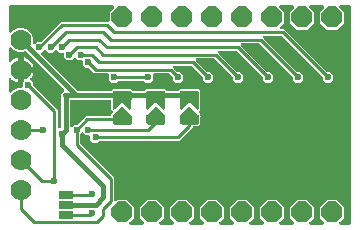
<source format=gbr>
G04 EAGLE Gerber RS-274X export*
G75*
%MOMM*%
%FSLAX34Y34*%
%LPD*%
%INBottom Copper*%
%IPPOS*%
%AMOC8*
5,1,8,0,0,1.08239X$1,22.5*%
G01*
%ADD10C,1.778000*%
%ADD11C,0.381000*%
%ADD12R,1.270000X0.635000*%
%ADD13P,1.924489X8X112.500000*%
%ADD14C,0.732600*%
%ADD15C,0.600000*%
%ADD16C,0.254000*%
%ADD17C,0.406400*%

G36*
X116403Y2518D02*
X116403Y2518D01*
X116542Y2531D01*
X116561Y2538D01*
X116581Y2541D01*
X116710Y2592D01*
X116841Y2639D01*
X116858Y2650D01*
X116877Y2658D01*
X116989Y2739D01*
X117104Y2817D01*
X117118Y2833D01*
X117134Y2844D01*
X117223Y2952D01*
X117315Y3056D01*
X117324Y3074D01*
X117337Y3089D01*
X117396Y3215D01*
X117459Y3339D01*
X117464Y3359D01*
X117472Y3377D01*
X117498Y3513D01*
X117529Y3649D01*
X117528Y3670D01*
X117532Y3689D01*
X117523Y3828D01*
X117519Y3967D01*
X117514Y3987D01*
X117512Y4007D01*
X117469Y4139D01*
X117431Y4273D01*
X117421Y4290D01*
X117414Y4309D01*
X117340Y4427D01*
X117269Y4547D01*
X117251Y4568D01*
X117244Y4578D01*
X117229Y4592D01*
X117163Y4667D01*
X113434Y8396D01*
X113434Y17004D01*
X119521Y23091D01*
X128129Y23091D01*
X134216Y17004D01*
X134216Y8396D01*
X130487Y4667D01*
X130402Y4558D01*
X130313Y4451D01*
X130305Y4432D01*
X130292Y4416D01*
X130237Y4288D01*
X130178Y4163D01*
X130174Y4143D01*
X130166Y4124D01*
X130144Y3986D01*
X130118Y3850D01*
X130119Y3830D01*
X130116Y3810D01*
X130129Y3671D01*
X130138Y3533D01*
X130144Y3514D01*
X130146Y3494D01*
X130193Y3362D01*
X130236Y3231D01*
X130247Y3213D01*
X130253Y3194D01*
X130332Y3079D01*
X130406Y2962D01*
X130421Y2948D01*
X130432Y2931D01*
X130536Y2839D01*
X130638Y2744D01*
X130655Y2734D01*
X130670Y2721D01*
X130795Y2657D01*
X130916Y2590D01*
X130936Y2585D01*
X130954Y2576D01*
X131090Y2546D01*
X131224Y2511D01*
X131252Y2509D01*
X131264Y2506D01*
X131284Y2507D01*
X131385Y2501D01*
X141665Y2501D01*
X141803Y2518D01*
X141942Y2531D01*
X141961Y2538D01*
X141981Y2541D01*
X142110Y2592D01*
X142241Y2639D01*
X142258Y2650D01*
X142277Y2658D01*
X142389Y2739D01*
X142504Y2817D01*
X142518Y2833D01*
X142534Y2844D01*
X142623Y2952D01*
X142715Y3056D01*
X142724Y3074D01*
X142737Y3089D01*
X142796Y3215D01*
X142859Y3339D01*
X142864Y3359D01*
X142872Y3377D01*
X142898Y3513D01*
X142929Y3649D01*
X142928Y3670D01*
X142932Y3689D01*
X142923Y3828D01*
X142919Y3967D01*
X142914Y3987D01*
X142912Y4007D01*
X142869Y4139D01*
X142831Y4273D01*
X142821Y4290D01*
X142814Y4309D01*
X142740Y4427D01*
X142669Y4547D01*
X142651Y4568D01*
X142644Y4578D01*
X142629Y4592D01*
X142563Y4667D01*
X138834Y8396D01*
X138834Y17004D01*
X144921Y23091D01*
X153529Y23091D01*
X159616Y17004D01*
X159616Y8396D01*
X155887Y4667D01*
X155802Y4558D01*
X155713Y4451D01*
X155705Y4432D01*
X155692Y4416D01*
X155637Y4288D01*
X155578Y4163D01*
X155574Y4143D01*
X155566Y4124D01*
X155544Y3986D01*
X155518Y3850D01*
X155519Y3830D01*
X155516Y3810D01*
X155529Y3671D01*
X155538Y3533D01*
X155544Y3514D01*
X155546Y3494D01*
X155593Y3362D01*
X155636Y3231D01*
X155647Y3213D01*
X155653Y3194D01*
X155732Y3079D01*
X155806Y2962D01*
X155821Y2948D01*
X155832Y2931D01*
X155936Y2839D01*
X156038Y2744D01*
X156055Y2734D01*
X156070Y2721D01*
X156195Y2657D01*
X156316Y2590D01*
X156336Y2585D01*
X156354Y2576D01*
X156490Y2546D01*
X156624Y2511D01*
X156652Y2509D01*
X156664Y2506D01*
X156684Y2507D01*
X156785Y2501D01*
X167065Y2501D01*
X167203Y2518D01*
X167342Y2531D01*
X167361Y2538D01*
X167381Y2541D01*
X167510Y2592D01*
X167641Y2639D01*
X167658Y2650D01*
X167677Y2658D01*
X167789Y2739D01*
X167904Y2817D01*
X167918Y2833D01*
X167934Y2844D01*
X168023Y2952D01*
X168115Y3056D01*
X168124Y3074D01*
X168137Y3089D01*
X168196Y3215D01*
X168259Y3339D01*
X168264Y3359D01*
X168272Y3377D01*
X168298Y3513D01*
X168329Y3649D01*
X168328Y3670D01*
X168332Y3689D01*
X168323Y3828D01*
X168319Y3967D01*
X168314Y3987D01*
X168312Y4007D01*
X168269Y4139D01*
X168231Y4273D01*
X168221Y4290D01*
X168214Y4309D01*
X168140Y4427D01*
X168069Y4547D01*
X168051Y4568D01*
X168044Y4578D01*
X168029Y4592D01*
X167963Y4667D01*
X164234Y8396D01*
X164234Y17004D01*
X170321Y23091D01*
X178929Y23091D01*
X185016Y17004D01*
X185016Y8396D01*
X181287Y4667D01*
X181202Y4558D01*
X181113Y4451D01*
X181105Y4432D01*
X181092Y4416D01*
X181037Y4288D01*
X180978Y4163D01*
X180974Y4143D01*
X180966Y4124D01*
X180944Y3986D01*
X180918Y3850D01*
X180919Y3830D01*
X180916Y3810D01*
X180929Y3671D01*
X180938Y3533D01*
X180944Y3514D01*
X180946Y3494D01*
X180993Y3362D01*
X181036Y3231D01*
X181047Y3213D01*
X181053Y3194D01*
X181132Y3079D01*
X181206Y2962D01*
X181221Y2948D01*
X181232Y2931D01*
X181336Y2839D01*
X181438Y2744D01*
X181455Y2734D01*
X181470Y2721D01*
X181595Y2657D01*
X181716Y2590D01*
X181736Y2585D01*
X181754Y2576D01*
X181890Y2546D01*
X182024Y2511D01*
X182052Y2509D01*
X182064Y2506D01*
X182084Y2507D01*
X182185Y2501D01*
X192465Y2501D01*
X192603Y2518D01*
X192742Y2531D01*
X192761Y2538D01*
X192781Y2541D01*
X192910Y2592D01*
X193041Y2639D01*
X193058Y2650D01*
X193077Y2658D01*
X193189Y2739D01*
X193304Y2817D01*
X193318Y2833D01*
X193334Y2844D01*
X193423Y2952D01*
X193515Y3056D01*
X193524Y3074D01*
X193537Y3089D01*
X193596Y3215D01*
X193659Y3339D01*
X193664Y3359D01*
X193672Y3377D01*
X193698Y3513D01*
X193729Y3649D01*
X193728Y3670D01*
X193732Y3689D01*
X193723Y3828D01*
X193719Y3967D01*
X193714Y3987D01*
X193712Y4007D01*
X193669Y4139D01*
X193631Y4273D01*
X193621Y4290D01*
X193614Y4309D01*
X193540Y4427D01*
X193469Y4547D01*
X193451Y4568D01*
X193444Y4578D01*
X193429Y4592D01*
X193363Y4667D01*
X189634Y8396D01*
X189634Y17004D01*
X195721Y23091D01*
X204329Y23091D01*
X210416Y17004D01*
X210416Y8396D01*
X206687Y4667D01*
X206602Y4558D01*
X206513Y4451D01*
X206505Y4432D01*
X206492Y4416D01*
X206437Y4288D01*
X206378Y4163D01*
X206374Y4143D01*
X206366Y4124D01*
X206344Y3986D01*
X206318Y3850D01*
X206319Y3830D01*
X206316Y3810D01*
X206329Y3671D01*
X206338Y3533D01*
X206344Y3514D01*
X206346Y3494D01*
X206393Y3362D01*
X206436Y3231D01*
X206447Y3213D01*
X206453Y3194D01*
X206532Y3079D01*
X206606Y2962D01*
X206621Y2948D01*
X206632Y2931D01*
X206736Y2839D01*
X206838Y2744D01*
X206855Y2734D01*
X206870Y2721D01*
X206995Y2657D01*
X207116Y2590D01*
X207136Y2585D01*
X207154Y2576D01*
X207290Y2546D01*
X207424Y2511D01*
X207452Y2509D01*
X207464Y2506D01*
X207484Y2507D01*
X207585Y2501D01*
X217865Y2501D01*
X218003Y2518D01*
X218142Y2531D01*
X218161Y2538D01*
X218181Y2541D01*
X218310Y2592D01*
X218441Y2639D01*
X218458Y2650D01*
X218477Y2658D01*
X218589Y2739D01*
X218704Y2817D01*
X218718Y2833D01*
X218734Y2844D01*
X218823Y2952D01*
X218915Y3056D01*
X218924Y3074D01*
X218937Y3089D01*
X218996Y3215D01*
X219059Y3339D01*
X219064Y3359D01*
X219072Y3377D01*
X219098Y3513D01*
X219129Y3649D01*
X219128Y3670D01*
X219132Y3689D01*
X219123Y3828D01*
X219119Y3967D01*
X219114Y3987D01*
X219112Y4007D01*
X219069Y4139D01*
X219031Y4273D01*
X219021Y4290D01*
X219014Y4309D01*
X218940Y4427D01*
X218869Y4547D01*
X218851Y4568D01*
X218844Y4578D01*
X218829Y4592D01*
X218763Y4667D01*
X215034Y8396D01*
X215034Y17004D01*
X221121Y23091D01*
X229729Y23091D01*
X235816Y17004D01*
X235816Y8396D01*
X232087Y4667D01*
X232002Y4558D01*
X231913Y4451D01*
X231905Y4432D01*
X231892Y4416D01*
X231837Y4288D01*
X231778Y4163D01*
X231774Y4143D01*
X231766Y4124D01*
X231744Y3986D01*
X231718Y3850D01*
X231719Y3830D01*
X231716Y3810D01*
X231729Y3671D01*
X231738Y3533D01*
X231744Y3514D01*
X231746Y3494D01*
X231793Y3362D01*
X231836Y3231D01*
X231847Y3213D01*
X231853Y3194D01*
X231932Y3079D01*
X232006Y2962D01*
X232021Y2948D01*
X232032Y2931D01*
X232136Y2839D01*
X232238Y2744D01*
X232255Y2734D01*
X232270Y2721D01*
X232395Y2657D01*
X232516Y2590D01*
X232536Y2585D01*
X232554Y2576D01*
X232690Y2546D01*
X232824Y2511D01*
X232852Y2509D01*
X232864Y2506D01*
X232884Y2507D01*
X232985Y2501D01*
X243265Y2501D01*
X243403Y2518D01*
X243542Y2531D01*
X243561Y2538D01*
X243581Y2541D01*
X243710Y2592D01*
X243841Y2639D01*
X243858Y2650D01*
X243877Y2658D01*
X243989Y2739D01*
X244104Y2817D01*
X244118Y2833D01*
X244134Y2844D01*
X244223Y2952D01*
X244315Y3056D01*
X244324Y3074D01*
X244337Y3089D01*
X244396Y3215D01*
X244459Y3339D01*
X244464Y3359D01*
X244472Y3377D01*
X244498Y3513D01*
X244529Y3649D01*
X244528Y3670D01*
X244532Y3689D01*
X244523Y3828D01*
X244519Y3967D01*
X244514Y3987D01*
X244512Y4007D01*
X244469Y4139D01*
X244431Y4273D01*
X244421Y4290D01*
X244414Y4309D01*
X244340Y4427D01*
X244269Y4547D01*
X244251Y4568D01*
X244244Y4578D01*
X244229Y4592D01*
X244163Y4667D01*
X240434Y8396D01*
X240434Y17004D01*
X246521Y23091D01*
X255129Y23091D01*
X261216Y17004D01*
X261216Y8396D01*
X257487Y4667D01*
X257402Y4558D01*
X257313Y4451D01*
X257305Y4432D01*
X257292Y4416D01*
X257237Y4288D01*
X257178Y4163D01*
X257174Y4143D01*
X257166Y4124D01*
X257144Y3986D01*
X257118Y3850D01*
X257119Y3830D01*
X257116Y3810D01*
X257129Y3671D01*
X257138Y3533D01*
X257144Y3514D01*
X257146Y3494D01*
X257193Y3362D01*
X257236Y3231D01*
X257247Y3213D01*
X257253Y3194D01*
X257332Y3079D01*
X257406Y2962D01*
X257421Y2948D01*
X257432Y2931D01*
X257536Y2839D01*
X257638Y2744D01*
X257655Y2734D01*
X257670Y2721D01*
X257795Y2657D01*
X257916Y2590D01*
X257936Y2585D01*
X257954Y2576D01*
X258090Y2546D01*
X258224Y2511D01*
X258252Y2509D01*
X258264Y2506D01*
X258284Y2507D01*
X258385Y2501D01*
X268665Y2501D01*
X268803Y2518D01*
X268942Y2531D01*
X268961Y2538D01*
X268981Y2541D01*
X269110Y2592D01*
X269241Y2639D01*
X269258Y2650D01*
X269277Y2658D01*
X269389Y2739D01*
X269504Y2817D01*
X269518Y2833D01*
X269534Y2844D01*
X269623Y2952D01*
X269715Y3056D01*
X269724Y3074D01*
X269737Y3089D01*
X269796Y3215D01*
X269859Y3339D01*
X269864Y3359D01*
X269872Y3377D01*
X269898Y3513D01*
X269929Y3649D01*
X269928Y3670D01*
X269932Y3689D01*
X269923Y3828D01*
X269919Y3967D01*
X269914Y3987D01*
X269912Y4007D01*
X269869Y4139D01*
X269831Y4273D01*
X269821Y4290D01*
X269814Y4309D01*
X269740Y4427D01*
X269669Y4547D01*
X269651Y4568D01*
X269644Y4578D01*
X269629Y4592D01*
X269563Y4667D01*
X265834Y8396D01*
X265834Y17004D01*
X271921Y23091D01*
X280529Y23091D01*
X286616Y17004D01*
X286616Y8396D01*
X282887Y4667D01*
X282802Y4558D01*
X282713Y4451D01*
X282705Y4432D01*
X282692Y4416D01*
X282637Y4288D01*
X282578Y4163D01*
X282574Y4143D01*
X282566Y4124D01*
X282544Y3986D01*
X282518Y3850D01*
X282519Y3830D01*
X282516Y3810D01*
X282529Y3671D01*
X282538Y3533D01*
X282544Y3514D01*
X282546Y3494D01*
X282593Y3362D01*
X282636Y3231D01*
X282647Y3213D01*
X282653Y3194D01*
X282732Y3079D01*
X282806Y2962D01*
X282821Y2948D01*
X282832Y2931D01*
X282936Y2839D01*
X283038Y2744D01*
X283055Y2734D01*
X283070Y2721D01*
X283195Y2657D01*
X283316Y2590D01*
X283336Y2585D01*
X283354Y2576D01*
X283490Y2546D01*
X283624Y2511D01*
X283652Y2509D01*
X283664Y2506D01*
X283684Y2507D01*
X283785Y2501D01*
X291505Y2501D01*
X291623Y2516D01*
X291742Y2523D01*
X291780Y2536D01*
X291821Y2541D01*
X291931Y2584D01*
X292044Y2621D01*
X292079Y2643D01*
X292116Y2658D01*
X292212Y2727D01*
X292313Y2791D01*
X292341Y2821D01*
X292374Y2844D01*
X292450Y2936D01*
X292531Y3023D01*
X292551Y3058D01*
X292576Y3089D01*
X292627Y3197D01*
X292685Y3301D01*
X292695Y3341D01*
X292712Y3377D01*
X292734Y3494D01*
X292764Y3609D01*
X292768Y3669D01*
X292772Y3689D01*
X292770Y3710D01*
X292774Y3770D01*
X292774Y186730D01*
X292759Y186848D01*
X292752Y186967D01*
X292739Y187005D01*
X292734Y187046D01*
X292691Y187156D01*
X292654Y187269D01*
X292632Y187304D01*
X292617Y187341D01*
X292548Y187437D01*
X292484Y187538D01*
X292454Y187566D01*
X292431Y187599D01*
X292339Y187675D01*
X292252Y187756D01*
X292217Y187776D01*
X292186Y187801D01*
X292078Y187852D01*
X291974Y187910D01*
X291934Y187920D01*
X291898Y187937D01*
X291781Y187959D01*
X291666Y187989D01*
X291606Y187993D01*
X291586Y187997D01*
X291565Y187995D01*
X291505Y187999D01*
X283785Y187999D01*
X283647Y187982D01*
X283508Y187969D01*
X283489Y187962D01*
X283469Y187959D01*
X283340Y187908D01*
X283209Y187861D01*
X283192Y187850D01*
X283173Y187842D01*
X283061Y187761D01*
X282946Y187683D01*
X282932Y187667D01*
X282916Y187656D01*
X282827Y187548D01*
X282735Y187444D01*
X282726Y187426D01*
X282713Y187411D01*
X282654Y187285D01*
X282591Y187161D01*
X282586Y187141D01*
X282578Y187123D01*
X282552Y186987D01*
X282521Y186851D01*
X282522Y186830D01*
X282518Y186811D01*
X282527Y186672D01*
X282531Y186533D01*
X282536Y186513D01*
X282538Y186493D01*
X282581Y186361D01*
X282619Y186227D01*
X282629Y186210D01*
X282636Y186191D01*
X282710Y186073D01*
X282781Y185953D01*
X282799Y185932D01*
X282806Y185922D01*
X282821Y185908D01*
X282887Y185833D01*
X286616Y182104D01*
X286616Y173496D01*
X280529Y167409D01*
X271921Y167409D01*
X265834Y173496D01*
X265834Y182104D01*
X269563Y185833D01*
X269648Y185942D01*
X269737Y186049D01*
X269745Y186068D01*
X269758Y186084D01*
X269813Y186212D01*
X269872Y186337D01*
X269876Y186357D01*
X269884Y186376D01*
X269906Y186514D01*
X269932Y186650D01*
X269931Y186670D01*
X269934Y186690D01*
X269921Y186829D01*
X269912Y186967D01*
X269906Y186986D01*
X269904Y187006D01*
X269857Y187138D01*
X269814Y187269D01*
X269803Y187287D01*
X269797Y187306D01*
X269718Y187421D01*
X269644Y187538D01*
X269629Y187552D01*
X269618Y187569D01*
X269514Y187661D01*
X269412Y187756D01*
X269395Y187766D01*
X269380Y187779D01*
X269255Y187843D01*
X269134Y187910D01*
X269114Y187915D01*
X269096Y187924D01*
X268960Y187954D01*
X268826Y187989D01*
X268798Y187991D01*
X268786Y187994D01*
X268766Y187993D01*
X268665Y187999D01*
X258385Y187999D01*
X258247Y187982D01*
X258108Y187969D01*
X258089Y187962D01*
X258069Y187959D01*
X257940Y187908D01*
X257809Y187861D01*
X257792Y187850D01*
X257773Y187842D01*
X257661Y187761D01*
X257546Y187683D01*
X257532Y187667D01*
X257516Y187656D01*
X257427Y187548D01*
X257335Y187444D01*
X257326Y187426D01*
X257313Y187411D01*
X257254Y187285D01*
X257191Y187161D01*
X257186Y187141D01*
X257178Y187123D01*
X257152Y186987D01*
X257121Y186851D01*
X257122Y186830D01*
X257118Y186811D01*
X257127Y186672D01*
X257131Y186533D01*
X257136Y186513D01*
X257138Y186493D01*
X257181Y186361D01*
X257219Y186227D01*
X257229Y186210D01*
X257236Y186191D01*
X257310Y186073D01*
X257381Y185953D01*
X257399Y185932D01*
X257406Y185922D01*
X257421Y185908D01*
X257487Y185833D01*
X261216Y182104D01*
X261216Y173496D01*
X255129Y167409D01*
X246521Y167409D01*
X240434Y173496D01*
X240434Y182104D01*
X244163Y185833D01*
X244248Y185942D01*
X244337Y186049D01*
X244345Y186068D01*
X244358Y186084D01*
X244413Y186212D01*
X244472Y186337D01*
X244476Y186357D01*
X244484Y186376D01*
X244506Y186514D01*
X244532Y186650D01*
X244531Y186670D01*
X244534Y186690D01*
X244521Y186829D01*
X244512Y186967D01*
X244506Y186986D01*
X244504Y187006D01*
X244457Y187138D01*
X244414Y187269D01*
X244403Y187287D01*
X244397Y187306D01*
X244318Y187421D01*
X244244Y187538D01*
X244229Y187552D01*
X244218Y187569D01*
X244114Y187661D01*
X244012Y187756D01*
X243995Y187766D01*
X243980Y187779D01*
X243855Y187843D01*
X243734Y187910D01*
X243714Y187915D01*
X243696Y187924D01*
X243560Y187954D01*
X243426Y187989D01*
X243398Y187991D01*
X243386Y187994D01*
X243366Y187993D01*
X243265Y187999D01*
X232985Y187999D01*
X232847Y187982D01*
X232708Y187969D01*
X232689Y187962D01*
X232669Y187959D01*
X232540Y187908D01*
X232409Y187861D01*
X232392Y187850D01*
X232373Y187842D01*
X232261Y187761D01*
X232146Y187683D01*
X232132Y187667D01*
X232116Y187656D01*
X232027Y187548D01*
X231935Y187444D01*
X231926Y187426D01*
X231913Y187411D01*
X231854Y187285D01*
X231791Y187161D01*
X231786Y187141D01*
X231778Y187123D01*
X231752Y186987D01*
X231721Y186851D01*
X231722Y186830D01*
X231718Y186811D01*
X231727Y186672D01*
X231731Y186533D01*
X231736Y186513D01*
X231738Y186493D01*
X231781Y186361D01*
X231819Y186227D01*
X231829Y186210D01*
X231836Y186191D01*
X231910Y186073D01*
X231981Y185953D01*
X231999Y185932D01*
X232006Y185922D01*
X232021Y185908D01*
X232087Y185833D01*
X235816Y182104D01*
X235816Y173496D01*
X232357Y170037D01*
X232272Y169928D01*
X232183Y169821D01*
X232175Y169802D01*
X232162Y169786D01*
X232107Y169658D01*
X232048Y169533D01*
X232044Y169513D01*
X232036Y169494D01*
X232014Y169356D01*
X231988Y169220D01*
X231989Y169200D01*
X231986Y169180D01*
X231999Y169041D01*
X232008Y168903D01*
X232014Y168884D01*
X232016Y168864D01*
X232063Y168732D01*
X232106Y168601D01*
X232117Y168583D01*
X232123Y168564D01*
X232202Y168449D01*
X232276Y168332D01*
X232291Y168318D01*
X232302Y168301D01*
X232406Y168209D01*
X232508Y168114D01*
X232525Y168104D01*
X232540Y168091D01*
X232665Y168027D01*
X232786Y167960D01*
X232806Y167955D01*
X232824Y167946D01*
X232960Y167916D01*
X233094Y167881D01*
X233122Y167879D01*
X233134Y167876D01*
X233154Y167877D01*
X233255Y167871D01*
X236098Y167871D01*
X272096Y131872D01*
X272174Y131812D01*
X272246Y131744D01*
X272299Y131715D01*
X272347Y131678D01*
X272438Y131638D01*
X272525Y131590D01*
X272583Y131575D01*
X272639Y131551D01*
X272737Y131536D01*
X272833Y131511D01*
X272933Y131505D01*
X272953Y131501D01*
X272965Y131503D01*
X272993Y131501D01*
X274914Y131501D01*
X277551Y128864D01*
X277551Y125136D01*
X274914Y122499D01*
X271186Y122499D01*
X268549Y125136D01*
X268549Y127057D01*
X268537Y127155D01*
X268534Y127254D01*
X268517Y127312D01*
X268509Y127372D01*
X268473Y127464D01*
X268445Y127559D01*
X268415Y127611D01*
X268392Y127668D01*
X268334Y127748D01*
X268284Y127833D01*
X268218Y127909D01*
X268206Y127925D01*
X268196Y127933D01*
X268178Y127954D01*
X234174Y161958D01*
X234096Y162018D01*
X234024Y162086D01*
X233971Y162115D01*
X233923Y162152D01*
X233832Y162192D01*
X233745Y162240D01*
X233687Y162255D01*
X233631Y162279D01*
X233533Y162294D01*
X233437Y162319D01*
X233337Y162325D01*
X233317Y162329D01*
X233305Y162327D01*
X233277Y162329D01*
X219303Y162329D01*
X219165Y162312D01*
X219027Y162299D01*
X219008Y162292D01*
X218988Y162289D01*
X218858Y162238D01*
X218728Y162191D01*
X218711Y162180D01*
X218692Y162172D01*
X218580Y162091D01*
X218465Y162013D01*
X218451Y161997D01*
X218435Y161986D01*
X218346Y161878D01*
X218254Y161774D01*
X218245Y161756D01*
X218232Y161741D01*
X218173Y161615D01*
X218110Y161491D01*
X218105Y161471D01*
X218096Y161453D01*
X218070Y161316D01*
X218040Y161181D01*
X218040Y161160D01*
X218037Y161141D01*
X218045Y161002D01*
X218050Y160863D01*
X218055Y160843D01*
X218056Y160823D01*
X218099Y160691D01*
X218138Y160557D01*
X218148Y160540D01*
X218154Y160521D01*
X218229Y160403D01*
X218299Y160283D01*
X218318Y160262D01*
X218325Y160252D01*
X218340Y160238D01*
X218406Y160162D01*
X219043Y159526D01*
X246696Y131872D01*
X246774Y131812D01*
X246846Y131744D01*
X246899Y131715D01*
X246947Y131678D01*
X247038Y131638D01*
X247125Y131590D01*
X247183Y131575D01*
X247239Y131551D01*
X247337Y131536D01*
X247433Y131511D01*
X247533Y131505D01*
X247553Y131501D01*
X247565Y131503D01*
X247593Y131501D01*
X249514Y131501D01*
X252151Y128864D01*
X252151Y125136D01*
X249514Y122499D01*
X245786Y122499D01*
X243149Y125136D01*
X243149Y127057D01*
X243137Y127155D01*
X243134Y127254D01*
X243117Y127312D01*
X243109Y127372D01*
X243073Y127464D01*
X243045Y127559D01*
X243015Y127611D01*
X242992Y127668D01*
X242934Y127748D01*
X242884Y127833D01*
X242818Y127909D01*
X242806Y127925D01*
X242796Y127933D01*
X242778Y127954D01*
X215124Y155608D01*
X215046Y155668D01*
X214974Y155736D01*
X214921Y155765D01*
X214873Y155802D01*
X214782Y155842D01*
X214695Y155890D01*
X214637Y155905D01*
X214581Y155929D01*
X214483Y155944D01*
X214387Y155969D01*
X214287Y155975D01*
X214267Y155979D01*
X214255Y155977D01*
X214227Y155979D01*
X200253Y155979D01*
X200115Y155962D01*
X199977Y155949D01*
X199958Y155942D01*
X199938Y155939D01*
X199808Y155888D01*
X199678Y155841D01*
X199661Y155830D01*
X199642Y155822D01*
X199530Y155741D01*
X199415Y155663D01*
X199401Y155647D01*
X199385Y155636D01*
X199296Y155528D01*
X199204Y155424D01*
X199195Y155406D01*
X199182Y155391D01*
X199123Y155265D01*
X199060Y155141D01*
X199055Y155121D01*
X199046Y155103D01*
X199020Y154966D01*
X198990Y154831D01*
X198990Y154810D01*
X198987Y154791D01*
X198995Y154652D01*
X199000Y154513D01*
X199005Y154493D01*
X199006Y154473D01*
X199049Y154341D01*
X199088Y154207D01*
X199098Y154190D01*
X199104Y154171D01*
X199179Y154053D01*
X199249Y153933D01*
X199268Y153912D01*
X199275Y153902D01*
X199290Y153888D01*
X199356Y153812D01*
X199993Y153176D01*
X221296Y131872D01*
X221374Y131812D01*
X221446Y131744D01*
X221499Y131715D01*
X221547Y131678D01*
X221638Y131638D01*
X221725Y131590D01*
X221783Y131575D01*
X221839Y131551D01*
X221937Y131536D01*
X222033Y131511D01*
X222133Y131505D01*
X222153Y131501D01*
X222165Y131503D01*
X222193Y131501D01*
X224114Y131501D01*
X226751Y128864D01*
X226751Y125136D01*
X224114Y122499D01*
X220386Y122499D01*
X217749Y125136D01*
X217749Y127057D01*
X217737Y127155D01*
X217734Y127254D01*
X217717Y127312D01*
X217709Y127372D01*
X217673Y127464D01*
X217645Y127559D01*
X217615Y127611D01*
X217592Y127668D01*
X217534Y127748D01*
X217484Y127833D01*
X217418Y127909D01*
X217406Y127925D01*
X217396Y127933D01*
X217378Y127954D01*
X196074Y149258D01*
X195996Y149318D01*
X195924Y149386D01*
X195871Y149415D01*
X195823Y149452D01*
X195732Y149492D01*
X195645Y149540D01*
X195587Y149555D01*
X195531Y149579D01*
X195433Y149594D01*
X195337Y149619D01*
X195237Y149625D01*
X195217Y149629D01*
X195205Y149627D01*
X195177Y149629D01*
X181203Y149629D01*
X181065Y149612D01*
X180927Y149599D01*
X180908Y149592D01*
X180888Y149589D01*
X180758Y149538D01*
X180628Y149491D01*
X180611Y149480D01*
X180592Y149472D01*
X180480Y149391D01*
X180365Y149313D01*
X180351Y149297D01*
X180335Y149286D01*
X180246Y149178D01*
X180154Y149074D01*
X180145Y149056D01*
X180132Y149041D01*
X180073Y148915D01*
X180010Y148791D01*
X180005Y148771D01*
X179996Y148753D01*
X179970Y148616D01*
X179940Y148481D01*
X179940Y148460D01*
X179937Y148441D01*
X179945Y148302D01*
X179950Y148163D01*
X179955Y148143D01*
X179956Y148123D01*
X179999Y147991D01*
X180038Y147857D01*
X180048Y147840D01*
X180054Y147821D01*
X180129Y147703D01*
X180199Y147583D01*
X180218Y147562D01*
X180225Y147552D01*
X180240Y147538D01*
X180306Y147462D01*
X180943Y146826D01*
X195896Y131872D01*
X195974Y131812D01*
X196046Y131744D01*
X196099Y131715D01*
X196147Y131678D01*
X196238Y131638D01*
X196325Y131590D01*
X196383Y131575D01*
X196439Y131551D01*
X196537Y131536D01*
X196633Y131511D01*
X196733Y131505D01*
X196753Y131501D01*
X196765Y131503D01*
X196793Y131501D01*
X198714Y131501D01*
X201351Y128864D01*
X201351Y125136D01*
X198714Y122499D01*
X194986Y122499D01*
X192349Y125136D01*
X192349Y127057D01*
X192337Y127155D01*
X192334Y127254D01*
X192317Y127312D01*
X192309Y127372D01*
X192273Y127464D01*
X192245Y127559D01*
X192215Y127611D01*
X192192Y127668D01*
X192134Y127748D01*
X192084Y127833D01*
X192018Y127909D01*
X192006Y127925D01*
X191996Y127933D01*
X191978Y127954D01*
X177024Y142908D01*
X176946Y142968D01*
X176874Y143036D01*
X176821Y143065D01*
X176773Y143102D01*
X176682Y143142D01*
X176595Y143190D01*
X176537Y143205D01*
X176481Y143229D01*
X176383Y143244D01*
X176287Y143269D01*
X176187Y143275D01*
X176167Y143279D01*
X176155Y143277D01*
X176127Y143279D01*
X162153Y143279D01*
X162016Y143262D01*
X161877Y143249D01*
X161858Y143242D01*
X161838Y143239D01*
X161709Y143188D01*
X161578Y143141D01*
X161561Y143130D01*
X161542Y143122D01*
X161430Y143041D01*
X161315Y142963D01*
X161301Y142947D01*
X161285Y142936D01*
X161196Y142828D01*
X161104Y142724D01*
X161095Y142706D01*
X161082Y142691D01*
X161023Y142565D01*
X160960Y142441D01*
X160955Y142421D01*
X160946Y142403D01*
X160920Y142267D01*
X160890Y142131D01*
X160890Y142110D01*
X160887Y142091D01*
X160895Y141952D01*
X160900Y141813D01*
X160905Y141793D01*
X160906Y141773D01*
X160949Y141641D01*
X160988Y141507D01*
X160998Y141490D01*
X161004Y141471D01*
X161079Y141353D01*
X161149Y141233D01*
X161168Y141212D01*
X161175Y141202D01*
X161190Y141188D01*
X161256Y141113D01*
X170496Y131872D01*
X170574Y131812D01*
X170646Y131744D01*
X170699Y131715D01*
X170747Y131678D01*
X170838Y131638D01*
X170925Y131590D01*
X170983Y131575D01*
X171039Y131551D01*
X171137Y131536D01*
X171233Y131511D01*
X171333Y131505D01*
X171353Y131501D01*
X171365Y131503D01*
X171393Y131501D01*
X173314Y131501D01*
X175951Y128864D01*
X175951Y125136D01*
X173314Y122499D01*
X169586Y122499D01*
X166949Y125136D01*
X166949Y127057D01*
X166937Y127155D01*
X166934Y127254D01*
X166917Y127312D01*
X166909Y127372D01*
X166873Y127464D01*
X166845Y127559D01*
X166815Y127611D01*
X166792Y127668D01*
X166734Y127748D01*
X166684Y127833D01*
X166618Y127909D01*
X166606Y127925D01*
X166596Y127933D01*
X166578Y127954D01*
X157974Y136558D01*
X157896Y136618D01*
X157824Y136686D01*
X157771Y136715D01*
X157723Y136752D01*
X157632Y136792D01*
X157545Y136840D01*
X157487Y136855D01*
X157431Y136879D01*
X157333Y136894D01*
X157237Y136919D01*
X157137Y136925D01*
X157117Y136929D01*
X157105Y136927D01*
X157077Y136929D01*
X143103Y136929D01*
X142965Y136912D01*
X142827Y136899D01*
X142808Y136892D01*
X142788Y136889D01*
X142658Y136838D01*
X142528Y136791D01*
X142511Y136780D01*
X142492Y136772D01*
X142380Y136691D01*
X142265Y136613D01*
X142251Y136597D01*
X142235Y136586D01*
X142146Y136478D01*
X142054Y136374D01*
X142045Y136356D01*
X142032Y136341D01*
X141973Y136215D01*
X141910Y136091D01*
X141905Y136071D01*
X141896Y136053D01*
X141870Y135916D01*
X141840Y135781D01*
X141840Y135760D01*
X141837Y135741D01*
X141845Y135602D01*
X141850Y135463D01*
X141855Y135443D01*
X141856Y135423D01*
X141899Y135291D01*
X141938Y135157D01*
X141948Y135140D01*
X141954Y135121D01*
X142029Y135003D01*
X142099Y134883D01*
X142118Y134862D01*
X142125Y134852D01*
X142140Y134838D01*
X142206Y134762D01*
X142843Y134126D01*
X145096Y131872D01*
X145174Y131812D01*
X145246Y131744D01*
X145299Y131715D01*
X145347Y131678D01*
X145438Y131638D01*
X145525Y131590D01*
X145583Y131575D01*
X145639Y131551D01*
X145737Y131536D01*
X145833Y131511D01*
X145933Y131505D01*
X145953Y131501D01*
X145965Y131503D01*
X145993Y131501D01*
X147914Y131501D01*
X150551Y128864D01*
X150551Y125136D01*
X147914Y122499D01*
X144186Y122499D01*
X141549Y125136D01*
X141549Y127057D01*
X141537Y127155D01*
X141534Y127254D01*
X141517Y127312D01*
X141509Y127372D01*
X141473Y127464D01*
X141445Y127559D01*
X141415Y127611D01*
X141392Y127668D01*
X141334Y127748D01*
X141284Y127833D01*
X141218Y127909D01*
X141206Y127925D01*
X141196Y127933D01*
X141178Y127954D01*
X138924Y130208D01*
X138846Y130268D01*
X138774Y130336D01*
X138721Y130365D01*
X138673Y130402D01*
X138582Y130442D01*
X138495Y130490D01*
X138437Y130505D01*
X138381Y130529D01*
X138283Y130544D01*
X138187Y130569D01*
X138087Y130575D01*
X138067Y130579D01*
X138055Y130577D01*
X138027Y130579D01*
X126420Y130579D01*
X126302Y130564D01*
X126183Y130557D01*
X126145Y130544D01*
X126104Y130539D01*
X125994Y130496D01*
X125881Y130459D01*
X125846Y130437D01*
X125809Y130422D01*
X125713Y130353D01*
X125612Y130289D01*
X125584Y130259D01*
X125551Y130236D01*
X125475Y130144D01*
X125394Y130057D01*
X125374Y130022D01*
X125349Y129991D01*
X125298Y129883D01*
X125240Y129779D01*
X125230Y129739D01*
X125213Y129703D01*
X125191Y129586D01*
X125161Y129471D01*
X125157Y129411D01*
X125153Y129391D01*
X125155Y129370D01*
X125151Y129310D01*
X125151Y125136D01*
X122514Y122499D01*
X118786Y122499D01*
X117427Y123858D01*
X117349Y123918D01*
X117277Y123986D01*
X117224Y124015D01*
X117176Y124052D01*
X117085Y124092D01*
X116999Y124140D01*
X116940Y124155D01*
X116884Y124179D01*
X116786Y124194D01*
X116691Y124219D01*
X116591Y124225D01*
X116570Y124229D01*
X116558Y124227D01*
X116530Y124229D01*
X96195Y124229D01*
X96097Y124217D01*
X95998Y124214D01*
X95940Y124197D01*
X95879Y124189D01*
X95787Y124153D01*
X95692Y124125D01*
X95640Y124095D01*
X95584Y124072D01*
X95504Y124014D01*
X95418Y123964D01*
X95343Y123898D01*
X95326Y123886D01*
X95319Y123876D01*
X95298Y123858D01*
X93939Y122499D01*
X90211Y122499D01*
X87574Y125136D01*
X87574Y129310D01*
X87559Y129428D01*
X87552Y129547D01*
X87539Y129585D01*
X87534Y129626D01*
X87491Y129736D01*
X87454Y129849D01*
X87432Y129884D01*
X87417Y129921D01*
X87348Y130017D01*
X87284Y130118D01*
X87254Y130146D01*
X87231Y130179D01*
X87139Y130255D01*
X87052Y130336D01*
X87017Y130356D01*
X86986Y130381D01*
X86878Y130432D01*
X86774Y130490D01*
X86734Y130500D01*
X86698Y130517D01*
X86581Y130539D01*
X86466Y130569D01*
X86406Y130573D01*
X86386Y130577D01*
X86365Y130575D01*
X86305Y130579D01*
X75052Y130579D01*
X70804Y134828D01*
X70726Y134888D01*
X70654Y134956D01*
X70601Y134985D01*
X70553Y135022D01*
X70462Y135062D01*
X70375Y135110D01*
X70317Y135125D01*
X70261Y135149D01*
X70163Y135164D01*
X70067Y135189D01*
X69967Y135195D01*
X69947Y135199D01*
X69935Y135197D01*
X69907Y135199D01*
X67986Y135199D01*
X65349Y137836D01*
X65349Y140280D01*
X65334Y140398D01*
X65327Y140517D01*
X65314Y140555D01*
X65309Y140596D01*
X65266Y140706D01*
X65229Y140819D01*
X65207Y140854D01*
X65192Y140891D01*
X65123Y140987D01*
X65059Y141088D01*
X65029Y141116D01*
X65006Y141149D01*
X64914Y141225D01*
X64827Y141306D01*
X64792Y141326D01*
X64761Y141351D01*
X64653Y141402D01*
X64549Y141460D01*
X64509Y141470D01*
X64473Y141487D01*
X64356Y141509D01*
X64241Y141539D01*
X64181Y141543D01*
X64161Y141547D01*
X64140Y141545D01*
X64080Y141549D01*
X61636Y141549D01*
X59635Y143550D01*
X59541Y143623D01*
X59452Y143702D01*
X59416Y143720D01*
X59384Y143745D01*
X59274Y143792D01*
X59168Y143846D01*
X59129Y143855D01*
X59092Y143871D01*
X58974Y143890D01*
X58858Y143916D01*
X58818Y143915D01*
X58778Y143921D01*
X58659Y143910D01*
X58540Y143906D01*
X58501Y143895D01*
X58461Y143891D01*
X58349Y143851D01*
X58235Y143818D01*
X58200Y143797D01*
X58162Y143784D01*
X58063Y143717D01*
X57961Y143656D01*
X57916Y143617D01*
X57899Y143605D01*
X57885Y143590D01*
X57840Y143550D01*
X55839Y141549D01*
X52111Y141549D01*
X49474Y144186D01*
X49474Y146630D01*
X49459Y146748D01*
X49452Y146867D01*
X49439Y146905D01*
X49434Y146946D01*
X49391Y147056D01*
X49354Y147169D01*
X49332Y147204D01*
X49317Y147241D01*
X49248Y147337D01*
X49184Y147438D01*
X49154Y147466D01*
X49131Y147499D01*
X49039Y147575D01*
X48952Y147656D01*
X48917Y147676D01*
X48886Y147701D01*
X48778Y147752D01*
X48674Y147810D01*
X48634Y147820D01*
X48598Y147837D01*
X48481Y147859D01*
X48366Y147889D01*
X48306Y147893D01*
X48286Y147897D01*
X48265Y147895D01*
X48205Y147899D01*
X45761Y147899D01*
X43760Y149900D01*
X43666Y149973D01*
X43577Y150052D01*
X43541Y150070D01*
X43509Y150095D01*
X43399Y150142D01*
X43293Y150196D01*
X43254Y150205D01*
X43217Y150221D01*
X43099Y150240D01*
X42983Y150266D01*
X42943Y150265D01*
X42903Y150271D01*
X42784Y150260D01*
X42665Y150256D01*
X42626Y150245D01*
X42586Y150241D01*
X42474Y150201D01*
X42360Y150168D01*
X42325Y150147D01*
X42287Y150134D01*
X42188Y150067D01*
X42086Y150006D01*
X42041Y149967D01*
X42024Y149955D01*
X42010Y149940D01*
X41965Y149900D01*
X39964Y147899D01*
X36236Y147899D01*
X34235Y149900D01*
X34141Y149973D01*
X34052Y150052D01*
X34016Y150070D01*
X33984Y150095D01*
X33874Y150142D01*
X33768Y150196D01*
X33729Y150205D01*
X33692Y150221D01*
X33574Y150240D01*
X33458Y150266D01*
X33418Y150265D01*
X33378Y150271D01*
X33259Y150260D01*
X33140Y150256D01*
X33101Y150245D01*
X33061Y150241D01*
X32949Y150201D01*
X32835Y150168D01*
X32800Y150147D01*
X32762Y150134D01*
X32663Y150067D01*
X32561Y150006D01*
X32516Y149967D01*
X32499Y149955D01*
X32485Y149940D01*
X32440Y149900D01*
X30390Y147851D01*
X30317Y147756D01*
X30239Y147667D01*
X30220Y147631D01*
X30196Y147599D01*
X30148Y147490D01*
X30094Y147384D01*
X30085Y147345D01*
X30069Y147307D01*
X30051Y147190D01*
X30024Y147074D01*
X30026Y147033D01*
X30019Y146993D01*
X30031Y146875D01*
X30034Y146756D01*
X30045Y146717D01*
X30049Y146677D01*
X30089Y146564D01*
X30123Y146450D01*
X30143Y146416D01*
X30157Y146377D01*
X30224Y146279D01*
X30284Y146176D01*
X30324Y146131D01*
X30335Y146114D01*
X30351Y146101D01*
X30390Y146056D01*
X60782Y115664D01*
X60860Y115604D01*
X60932Y115536D01*
X60985Y115507D01*
X61033Y115470D01*
X61124Y115430D01*
X61210Y115382D01*
X61269Y115367D01*
X61325Y115343D01*
X61423Y115328D01*
X61518Y115303D01*
X61618Y115297D01*
X61639Y115293D01*
X61651Y115295D01*
X61679Y115293D01*
X88237Y115293D01*
X88335Y115305D01*
X88434Y115308D01*
X88492Y115325D01*
X88552Y115333D01*
X88644Y115369D01*
X88740Y115397D01*
X88792Y115427D01*
X88848Y115450D01*
X88928Y115508D01*
X89013Y115558D01*
X89089Y115624D01*
X89105Y115636D01*
X89113Y115646D01*
X89134Y115664D01*
X90517Y117047D01*
X90750Y117047D01*
X90848Y117059D01*
X90947Y117062D01*
X90976Y117071D01*
X105886Y117071D01*
X105940Y117057D01*
X106040Y117051D01*
X106060Y117047D01*
X106072Y117049D01*
X106100Y117047D01*
X106333Y117047D01*
X107716Y115664D01*
X107794Y115604D01*
X107866Y115536D01*
X107919Y115507D01*
X107967Y115470D01*
X108058Y115430D01*
X108145Y115382D01*
X108203Y115367D01*
X108259Y115343D01*
X108357Y115328D01*
X108453Y115303D01*
X108553Y115297D01*
X108573Y115293D01*
X108585Y115295D01*
X108613Y115293D01*
X116812Y115293D01*
X116910Y115305D01*
X117009Y115308D01*
X117067Y115325D01*
X117127Y115333D01*
X117219Y115369D01*
X117315Y115397D01*
X117367Y115427D01*
X117423Y115450D01*
X117503Y115508D01*
X117588Y115558D01*
X117664Y115624D01*
X117680Y115636D01*
X117688Y115646D01*
X117709Y115664D01*
X119092Y117047D01*
X119325Y117047D01*
X119423Y117059D01*
X119523Y117062D01*
X119552Y117071D01*
X134461Y117071D01*
X134515Y117057D01*
X134614Y117051D01*
X134634Y117047D01*
X134647Y117049D01*
X134675Y117047D01*
X134908Y117047D01*
X136291Y115664D01*
X136369Y115604D01*
X136441Y115536D01*
X136494Y115507D01*
X136542Y115470D01*
X136633Y115430D01*
X136720Y115382D01*
X136778Y115367D01*
X136834Y115343D01*
X136932Y115328D01*
X137028Y115303D01*
X137128Y115297D01*
X137148Y115293D01*
X137160Y115295D01*
X137188Y115293D01*
X145387Y115293D01*
X145485Y115305D01*
X145584Y115308D01*
X145642Y115325D01*
X145702Y115333D01*
X145794Y115369D01*
X145890Y115397D01*
X145942Y115427D01*
X145998Y115450D01*
X146078Y115508D01*
X146163Y115558D01*
X146239Y115624D01*
X146255Y115636D01*
X146263Y115646D01*
X146284Y115664D01*
X147667Y117047D01*
X147900Y117047D01*
X147998Y117059D01*
X148097Y117062D01*
X148126Y117071D01*
X163036Y117071D01*
X163090Y117057D01*
X163190Y117051D01*
X163210Y117047D01*
X163222Y117049D01*
X163250Y117047D01*
X163483Y117047D01*
X164958Y115572D01*
X164958Y100866D01*
X164959Y100858D01*
X164958Y100842D01*
X164977Y99807D01*
X164246Y99076D01*
X164242Y99070D01*
X164229Y99059D01*
X163914Y98732D01*
X163850Y98646D01*
X163779Y98566D01*
X163756Y98519D01*
X163724Y98477D01*
X163684Y98378D01*
X163635Y98282D01*
X163623Y98231D01*
X163603Y98183D01*
X163589Y98076D01*
X163565Y97972D01*
X163567Y97920D01*
X163560Y97868D01*
X163572Y97761D01*
X163575Y97654D01*
X163589Y97604D01*
X163595Y97552D01*
X163634Y97452D01*
X163663Y97349D01*
X163690Y97304D01*
X163709Y97255D01*
X163770Y97167D01*
X163825Y97075D01*
X163879Y97013D01*
X163892Y96995D01*
X163904Y96984D01*
X163931Y96954D01*
X164170Y96715D01*
X164181Y96707D01*
X164204Y96682D01*
X164958Y95984D01*
X164958Y94956D01*
X164960Y94942D01*
X164959Y94909D01*
X165003Y93727D01*
X164996Y93708D01*
X164987Y93633D01*
X164968Y93561D01*
X164958Y93400D01*
X164958Y87628D01*
X163483Y86153D01*
X163250Y86153D01*
X163152Y86141D01*
X163053Y86138D01*
X163024Y86129D01*
X159615Y86129D01*
X159497Y86114D01*
X159378Y86107D01*
X159340Y86094D01*
X159299Y86089D01*
X159189Y86046D01*
X159076Y86009D01*
X159041Y85987D01*
X159004Y85972D01*
X158908Y85903D01*
X158807Y85839D01*
X158779Y85809D01*
X158746Y85786D01*
X158670Y85694D01*
X158589Y85607D01*
X158569Y85572D01*
X158544Y85541D01*
X158493Y85433D01*
X158435Y85329D01*
X158425Y85289D01*
X158408Y85253D01*
X158386Y85136D01*
X158356Y85021D01*
X158352Y84961D01*
X158348Y84941D01*
X158350Y84920D01*
X158346Y84860D01*
X158346Y84577D01*
X147198Y73429D01*
X80320Y73429D01*
X80222Y73417D01*
X80123Y73414D01*
X80065Y73397D01*
X80004Y73389D01*
X79912Y73353D01*
X79817Y73325D01*
X79765Y73295D01*
X79709Y73272D01*
X79629Y73214D01*
X79543Y73164D01*
X79468Y73098D01*
X79451Y73086D01*
X79444Y73076D01*
X79423Y73058D01*
X78064Y71699D01*
X74336Y71699D01*
X71699Y74336D01*
X71699Y76780D01*
X71684Y76898D01*
X71677Y77017D01*
X71664Y77055D01*
X71659Y77096D01*
X71616Y77206D01*
X71579Y77319D01*
X71557Y77354D01*
X71542Y77391D01*
X71473Y77487D01*
X71409Y77588D01*
X71379Y77616D01*
X71356Y77649D01*
X71264Y77725D01*
X71177Y77806D01*
X71142Y77826D01*
X71111Y77851D01*
X71003Y77902D01*
X70899Y77960D01*
X70859Y77970D01*
X70823Y77987D01*
X70706Y78009D01*
X70591Y78039D01*
X70531Y78043D01*
X70511Y78047D01*
X70490Y78045D01*
X70430Y78049D01*
X67986Y78049D01*
X65985Y80050D01*
X65891Y80123D01*
X65802Y80202D01*
X65766Y80220D01*
X65734Y80245D01*
X65624Y80292D01*
X65518Y80346D01*
X65479Y80355D01*
X65442Y80371D01*
X65324Y80390D01*
X65208Y80416D01*
X65168Y80415D01*
X65128Y80421D01*
X65009Y80410D01*
X64890Y80406D01*
X64851Y80395D01*
X64811Y80391D01*
X64699Y80351D01*
X64585Y80318D01*
X64550Y80297D01*
X64512Y80284D01*
X64413Y80217D01*
X64311Y80156D01*
X64266Y80117D01*
X64249Y80105D01*
X64235Y80090D01*
X64190Y80050D01*
X63467Y79328D01*
X63407Y79249D01*
X63339Y79177D01*
X63310Y79124D01*
X63273Y79076D01*
X63233Y78985D01*
X63185Y78899D01*
X63170Y78840D01*
X63146Y78784D01*
X63131Y78686D01*
X63106Y78591D01*
X63100Y78491D01*
X63096Y78470D01*
X63098Y78458D01*
X63096Y78430D01*
X63096Y71523D01*
X63108Y71425D01*
X63111Y71326D01*
X63128Y71268D01*
X63136Y71208D01*
X63172Y71116D01*
X63200Y71021D01*
X63230Y70968D01*
X63253Y70912D01*
X63311Y70832D01*
X63361Y70747D01*
X63427Y70671D01*
X63439Y70655D01*
X63449Y70647D01*
X63467Y70626D01*
X89676Y44417D01*
X91671Y42423D01*
X91671Y23705D01*
X91688Y23567D01*
X91701Y23428D01*
X91708Y23409D01*
X91711Y23389D01*
X91762Y23260D01*
X91809Y23129D01*
X91820Y23112D01*
X91828Y23093D01*
X91909Y22981D01*
X91987Y22866D01*
X92003Y22852D01*
X92014Y22836D01*
X92122Y22747D01*
X92226Y22655D01*
X92244Y22646D01*
X92259Y22633D01*
X92385Y22574D01*
X92509Y22511D01*
X92529Y22506D01*
X92547Y22498D01*
X92684Y22472D01*
X92819Y22441D01*
X92840Y22442D01*
X92859Y22438D01*
X92998Y22447D01*
X93137Y22451D01*
X93157Y22456D01*
X93177Y22458D01*
X93309Y22500D01*
X93443Y22539D01*
X93460Y22550D01*
X93479Y22556D01*
X93597Y22630D01*
X93717Y22701D01*
X93738Y22719D01*
X93748Y22726D01*
X93762Y22741D01*
X93838Y22807D01*
X94121Y23091D01*
X102729Y23091D01*
X108816Y17004D01*
X108816Y8396D01*
X105087Y4667D01*
X105002Y4558D01*
X104913Y4451D01*
X104905Y4432D01*
X104892Y4416D01*
X104837Y4288D01*
X104778Y4163D01*
X104774Y4143D01*
X104766Y4124D01*
X104744Y3986D01*
X104718Y3850D01*
X104719Y3830D01*
X104716Y3810D01*
X104729Y3671D01*
X104738Y3533D01*
X104744Y3514D01*
X104746Y3494D01*
X104793Y3362D01*
X104836Y3231D01*
X104847Y3213D01*
X104853Y3194D01*
X104932Y3079D01*
X105006Y2962D01*
X105021Y2948D01*
X105032Y2931D01*
X105136Y2839D01*
X105238Y2744D01*
X105255Y2734D01*
X105270Y2721D01*
X105395Y2657D01*
X105516Y2590D01*
X105536Y2585D01*
X105554Y2576D01*
X105690Y2546D01*
X105824Y2511D01*
X105852Y2509D01*
X105864Y2506D01*
X105884Y2507D01*
X105985Y2501D01*
X116265Y2501D01*
X116403Y2518D01*
G37*
G36*
X24427Y155028D02*
X24427Y155028D01*
X24497Y155030D01*
X24583Y155055D01*
X24671Y155071D01*
X24735Y155099D01*
X24802Y155119D01*
X24879Y155164D01*
X24961Y155201D01*
X25016Y155245D01*
X25076Y155280D01*
X25197Y155387D01*
X26711Y156901D01*
X28632Y156901D01*
X28730Y156913D01*
X28829Y156916D01*
X28887Y156933D01*
X28947Y156941D01*
X29039Y156977D01*
X29134Y157005D01*
X29186Y157035D01*
X29243Y157058D01*
X29323Y157116D01*
X29408Y157166D01*
X29484Y157232D01*
X29500Y157244D01*
X29508Y157254D01*
X29529Y157272D01*
X46477Y174221D01*
X86765Y174221D01*
X86883Y174236D01*
X87002Y174243D01*
X87040Y174256D01*
X87081Y174261D01*
X87191Y174304D01*
X87304Y174341D01*
X87339Y174363D01*
X87376Y174378D01*
X87472Y174447D01*
X87573Y174511D01*
X87601Y174541D01*
X87634Y174564D01*
X87710Y174656D01*
X87791Y174743D01*
X87811Y174778D01*
X87836Y174809D01*
X87887Y174917D01*
X87945Y175021D01*
X87955Y175061D01*
X87972Y175097D01*
X87994Y175214D01*
X88024Y175329D01*
X88028Y175389D01*
X88032Y175409D01*
X88030Y175430D01*
X88034Y175490D01*
X88034Y182104D01*
X91763Y185833D01*
X91848Y185942D01*
X91937Y186049D01*
X91945Y186068D01*
X91958Y186084D01*
X92013Y186212D01*
X92072Y186337D01*
X92076Y186357D01*
X92084Y186376D01*
X92106Y186514D01*
X92132Y186650D01*
X92131Y186670D01*
X92134Y186690D01*
X92121Y186829D01*
X92112Y186967D01*
X92106Y186986D01*
X92104Y187006D01*
X92057Y187138D01*
X92014Y187269D01*
X92003Y187287D01*
X91997Y187306D01*
X91918Y187421D01*
X91844Y187538D01*
X91829Y187552D01*
X91818Y187569D01*
X91714Y187661D01*
X91612Y187756D01*
X91595Y187766D01*
X91580Y187779D01*
X91455Y187843D01*
X91334Y187910D01*
X91314Y187915D01*
X91296Y187924D01*
X91160Y187954D01*
X91026Y187989D01*
X90998Y187991D01*
X90986Y187994D01*
X90966Y187993D01*
X90865Y187999D01*
X3770Y187999D01*
X3652Y187984D01*
X3533Y187977D01*
X3495Y187964D01*
X3454Y187959D01*
X3344Y187916D01*
X3231Y187879D01*
X3196Y187857D01*
X3159Y187842D01*
X3063Y187773D01*
X2962Y187709D01*
X2934Y187679D01*
X2901Y187656D01*
X2825Y187564D01*
X2744Y187477D01*
X2724Y187442D01*
X2699Y187411D01*
X2648Y187303D01*
X2590Y187199D01*
X2580Y187159D01*
X2563Y187123D01*
X2541Y187006D01*
X2511Y186891D01*
X2507Y186831D01*
X2503Y186811D01*
X2505Y186790D01*
X2501Y186730D01*
X2501Y166310D01*
X2518Y166172D01*
X2531Y166033D01*
X2538Y166014D01*
X2541Y165994D01*
X2592Y165865D01*
X2639Y165734D01*
X2650Y165717D01*
X2658Y165698D01*
X2739Y165586D01*
X2817Y165471D01*
X2833Y165458D01*
X2844Y165441D01*
X2952Y165352D01*
X3056Y165260D01*
X3074Y165251D01*
X3089Y165238D01*
X3215Y165179D01*
X3339Y165116D01*
X3359Y165111D01*
X3377Y165103D01*
X3513Y165077D01*
X3649Y165046D01*
X3670Y165047D01*
X3689Y165043D01*
X3828Y165052D01*
X3967Y165056D01*
X3987Y165061D01*
X4007Y165063D01*
X4139Y165106D01*
X4273Y165144D01*
X4290Y165155D01*
X4309Y165161D01*
X4427Y165235D01*
X4547Y165306D01*
X4568Y165324D01*
X4578Y165331D01*
X4592Y165346D01*
X4667Y165412D01*
X6814Y167559D01*
X10633Y169141D01*
X14767Y169141D01*
X18586Y167559D01*
X21509Y164636D01*
X23091Y160817D01*
X23091Y156662D01*
X23081Y156639D01*
X23067Y156550D01*
X23043Y156463D01*
X23042Y156394D01*
X23031Y156325D01*
X23039Y156235D01*
X23038Y156145D01*
X23054Y156078D01*
X23061Y156008D01*
X23091Y155923D01*
X23112Y155836D01*
X23145Y155774D01*
X23168Y155709D01*
X23219Y155634D01*
X23261Y155555D01*
X23308Y155503D01*
X23347Y155446D01*
X23414Y155386D01*
X23474Y155320D01*
X23533Y155281D01*
X23585Y155235D01*
X23665Y155194D01*
X23740Y155145D01*
X23806Y155122D01*
X23868Y155090D01*
X23956Y155071D01*
X24041Y155042D01*
X24111Y155036D01*
X24179Y155021D01*
X24268Y155024D01*
X24358Y155016D01*
X24427Y155028D01*
G37*
G36*
X46116Y83891D02*
X46116Y83891D01*
X46235Y83898D01*
X46273Y83911D01*
X46314Y83916D01*
X46424Y83959D01*
X46537Y83996D01*
X46572Y84018D01*
X46609Y84033D01*
X46705Y84102D01*
X46806Y84166D01*
X46834Y84196D01*
X46867Y84219D01*
X46943Y84311D01*
X47024Y84398D01*
X47044Y84433D01*
X47069Y84464D01*
X47120Y84572D01*
X47178Y84676D01*
X47188Y84716D01*
X47205Y84752D01*
X47227Y84869D01*
X47257Y84984D01*
X47261Y85044D01*
X47265Y85064D01*
X47263Y85085D01*
X47267Y85145D01*
X47267Y109136D01*
X47255Y109234D01*
X47252Y109333D01*
X47235Y109391D01*
X47227Y109451D01*
X47191Y109544D01*
X47163Y109639D01*
X47133Y109691D01*
X47110Y109747D01*
X47052Y109827D01*
X47002Y109913D01*
X46936Y109988D01*
X46924Y110005D01*
X46914Y110012D01*
X46896Y110033D01*
X46632Y110297D01*
X46632Y113223D01*
X49034Y115625D01*
X49107Y115719D01*
X49186Y115808D01*
X49204Y115844D01*
X49229Y115876D01*
X49276Y115986D01*
X49330Y116092D01*
X49339Y116131D01*
X49355Y116168D01*
X49374Y116286D01*
X49400Y116402D01*
X49399Y116442D01*
X49405Y116482D01*
X49394Y116601D01*
X49390Y116720D01*
X49379Y116759D01*
X49375Y116799D01*
X49335Y116911D01*
X49302Y117025D01*
X49281Y117060D01*
X49268Y117098D01*
X49201Y117197D01*
X49140Y117299D01*
X49101Y117344D01*
X49089Y117361D01*
X49074Y117375D01*
X49034Y117420D01*
X17720Y148734D01*
X17696Y148752D01*
X17677Y148775D01*
X17571Y148850D01*
X17468Y148929D01*
X17441Y148941D01*
X17417Y148958D01*
X17296Y149004D01*
X17177Y149056D01*
X17147Y149060D01*
X17120Y149071D01*
X16991Y149085D01*
X16862Y149105D01*
X16833Y149103D01*
X16804Y149106D01*
X16675Y149088D01*
X16546Y149076D01*
X16518Y149066D01*
X16489Y149061D01*
X16336Y149009D01*
X14767Y148359D01*
X10633Y148359D01*
X6814Y149941D01*
X4667Y152088D01*
X4558Y152173D01*
X4451Y152262D01*
X4432Y152270D01*
X4416Y152283D01*
X4288Y152338D01*
X4163Y152397D01*
X4143Y152401D01*
X4124Y152409D01*
X3986Y152431D01*
X3850Y152457D01*
X3830Y152456D01*
X3810Y152459D01*
X3671Y152446D01*
X3533Y152437D01*
X3514Y152431D01*
X3494Y152429D01*
X3362Y152382D01*
X3231Y152339D01*
X3213Y152328D01*
X3194Y152322D01*
X3079Y152243D01*
X2962Y152169D01*
X2948Y152154D01*
X2931Y152143D01*
X2839Y152039D01*
X2744Y151937D01*
X2734Y151920D01*
X2721Y151905D01*
X2657Y151780D01*
X2590Y151659D01*
X2585Y151639D01*
X2576Y151621D01*
X2546Y151485D01*
X2511Y151351D01*
X2509Y151323D01*
X2506Y151311D01*
X2507Y151291D01*
X2501Y151190D01*
X2501Y141617D01*
X2518Y141479D01*
X2531Y141340D01*
X2538Y141321D01*
X2541Y141301D01*
X2592Y141172D01*
X2639Y141041D01*
X2650Y141024D01*
X2658Y141006D01*
X2739Y140893D01*
X2817Y140778D01*
X2833Y140765D01*
X2844Y140748D01*
X2952Y140659D01*
X3056Y140568D01*
X3074Y140558D01*
X3089Y140545D01*
X3215Y140486D01*
X3339Y140423D01*
X3359Y140418D01*
X3377Y140410D01*
X3514Y140384D01*
X3649Y140353D01*
X3670Y140354D01*
X3689Y140350D01*
X3828Y140359D01*
X3967Y140363D01*
X3987Y140369D01*
X4007Y140370D01*
X4139Y140413D01*
X4273Y140451D01*
X4290Y140462D01*
X4309Y140468D01*
X4427Y140542D01*
X4547Y140613D01*
X4568Y140631D01*
X4578Y140638D01*
X4592Y140653D01*
X4667Y140719D01*
X5605Y141657D01*
X6992Y142665D01*
X8519Y143443D01*
X10150Y143973D01*
X10201Y143981D01*
X10201Y134580D01*
X10216Y134462D01*
X10223Y134343D01*
X10235Y134305D01*
X10241Y134265D01*
X10284Y134154D01*
X10321Y134041D01*
X10343Y134007D01*
X10358Y133969D01*
X10427Y133873D01*
X10491Y133772D01*
X10521Y133744D01*
X10544Y133712D01*
X10636Y133636D01*
X10723Y133554D01*
X10758Y133535D01*
X10789Y133509D01*
X10897Y133458D01*
X11001Y133401D01*
X11041Y133391D01*
X11077Y133373D01*
X11184Y133353D01*
X11154Y133349D01*
X11044Y133305D01*
X10931Y133269D01*
X10896Y133247D01*
X10859Y133232D01*
X10762Y133162D01*
X10662Y133099D01*
X10634Y133069D01*
X10601Y133045D01*
X10525Y132954D01*
X10444Y132867D01*
X10424Y132832D01*
X10399Y132800D01*
X10348Y132693D01*
X10290Y132588D01*
X10280Y132549D01*
X10263Y132513D01*
X10241Y132396D01*
X10211Y132280D01*
X10207Y132220D01*
X10203Y132200D01*
X10205Y132180D01*
X10201Y132120D01*
X10201Y122719D01*
X10150Y122727D01*
X8519Y123257D01*
X6992Y124035D01*
X5605Y125043D01*
X4667Y125981D01*
X4558Y126065D01*
X4451Y126155D01*
X4432Y126163D01*
X4416Y126176D01*
X4289Y126231D01*
X4163Y126290D01*
X4143Y126294D01*
X4124Y126302D01*
X3986Y126324D01*
X3850Y126350D01*
X3830Y126349D01*
X3810Y126352D01*
X3671Y126339D01*
X3533Y126330D01*
X3514Y126324D01*
X3494Y126322D01*
X3362Y126275D01*
X3231Y126232D01*
X3213Y126221D01*
X3194Y126214D01*
X3079Y126136D01*
X2962Y126062D01*
X2948Y126047D01*
X2931Y126036D01*
X2839Y125932D01*
X2744Y125830D01*
X2734Y125813D01*
X2721Y125797D01*
X2658Y125674D01*
X2590Y125552D01*
X2585Y125532D01*
X2576Y125514D01*
X2546Y125378D01*
X2511Y125244D01*
X2509Y125216D01*
X2506Y125204D01*
X2507Y125183D01*
X2501Y125083D01*
X2501Y115510D01*
X2518Y115372D01*
X2531Y115233D01*
X2538Y115214D01*
X2541Y115194D01*
X2592Y115065D01*
X2639Y114934D01*
X2650Y114917D01*
X2658Y114898D01*
X2739Y114786D01*
X2817Y114671D01*
X2833Y114658D01*
X2844Y114641D01*
X2952Y114552D01*
X3056Y114460D01*
X3074Y114451D01*
X3089Y114438D01*
X3215Y114379D01*
X3339Y114316D01*
X3359Y114311D01*
X3377Y114303D01*
X3513Y114277D01*
X3649Y114246D01*
X3670Y114247D01*
X3689Y114243D01*
X3828Y114252D01*
X3967Y114256D01*
X3987Y114261D01*
X4007Y114263D01*
X4139Y114306D01*
X4273Y114344D01*
X4290Y114355D01*
X4309Y114361D01*
X4427Y114435D01*
X4547Y114506D01*
X4568Y114524D01*
X4578Y114531D01*
X4592Y114546D01*
X4667Y114612D01*
X6814Y116759D01*
X10633Y118341D01*
X13280Y118341D01*
X13398Y118356D01*
X13517Y118363D01*
X13555Y118376D01*
X13596Y118381D01*
X13706Y118424D01*
X13819Y118461D01*
X13854Y118483D01*
X13891Y118498D01*
X13987Y118567D01*
X14088Y118631D01*
X14116Y118661D01*
X14149Y118684D01*
X14225Y118776D01*
X14306Y118863D01*
X14326Y118898D01*
X14351Y118929D01*
X14402Y119037D01*
X14460Y119141D01*
X14470Y119181D01*
X14487Y119217D01*
X14509Y119334D01*
X14539Y119449D01*
X14543Y119509D01*
X14547Y119529D01*
X14545Y119550D01*
X14549Y119610D01*
X14549Y122514D01*
X14828Y122793D01*
X14888Y122871D01*
X14956Y122943D01*
X14985Y122996D01*
X15022Y123044D01*
X15062Y123135D01*
X15110Y123221D01*
X15125Y123280D01*
X15149Y123336D01*
X15164Y123434D01*
X15189Y123529D01*
X15195Y123629D01*
X15199Y123650D01*
X15197Y123662D01*
X15199Y123690D01*
X15199Y130851D01*
X23331Y130851D01*
X23323Y130800D01*
X22793Y129169D01*
X22015Y127642D01*
X21140Y126439D01*
X21131Y126422D01*
X21118Y126407D01*
X21054Y126283D01*
X20987Y126160D01*
X20982Y126141D01*
X20973Y126124D01*
X20943Y125988D01*
X20908Y125852D01*
X20908Y125832D01*
X20904Y125813D01*
X20908Y125674D01*
X20908Y125534D01*
X20913Y125515D01*
X20913Y125496D01*
X20952Y125361D01*
X20987Y125226D01*
X20996Y125209D01*
X21002Y125190D01*
X21073Y125070D01*
X21140Y124947D01*
X21153Y124933D01*
X21163Y124916D01*
X21270Y124795D01*
X23551Y122514D01*
X23551Y120593D01*
X23563Y120495D01*
X23566Y120396D01*
X23583Y120338D01*
X23591Y120278D01*
X23627Y120186D01*
X23655Y120091D01*
X23685Y120038D01*
X23708Y119982D01*
X23766Y119902D01*
X23816Y119817D01*
X23882Y119741D01*
X23894Y119725D01*
X23904Y119717D01*
X23922Y119696D01*
X42095Y101524D01*
X44090Y99529D01*
X44090Y85145D01*
X44104Y85027D01*
X44112Y84908D01*
X44124Y84870D01*
X44129Y84829D01*
X44173Y84719D01*
X44210Y84606D01*
X44232Y84571D01*
X44246Y84534D01*
X44316Y84438D01*
X44380Y84337D01*
X44410Y84309D01*
X44433Y84276D01*
X44525Y84200D01*
X44612Y84119D01*
X44647Y84099D01*
X44678Y84074D01*
X44786Y84023D01*
X44890Y83965D01*
X44929Y83955D01*
X44966Y83938D01*
X45083Y83916D01*
X45198Y83886D01*
X45258Y83882D01*
X45278Y83878D01*
X45299Y83880D01*
X45359Y83876D01*
X45998Y83876D01*
X46116Y83891D01*
G37*
G36*
X55660Y84729D02*
X55660Y84729D01*
X55799Y84733D01*
X55819Y84739D01*
X55839Y84740D01*
X55971Y84783D01*
X56105Y84822D01*
X56122Y84832D01*
X56141Y84838D01*
X56259Y84913D01*
X56379Y84983D01*
X56400Y85002D01*
X56410Y85008D01*
X56424Y85023D01*
X56499Y85089D01*
X58461Y87051D01*
X60382Y87051D01*
X60480Y87063D01*
X60579Y87066D01*
X60637Y87083D01*
X60697Y87091D01*
X60789Y87127D01*
X60884Y87155D01*
X60936Y87185D01*
X60993Y87208D01*
X61073Y87266D01*
X61158Y87316D01*
X61234Y87382D01*
X61250Y87394D01*
X61258Y87404D01*
X61279Y87422D01*
X68067Y94211D01*
X87773Y94211D01*
X87891Y94226D01*
X88010Y94233D01*
X88048Y94246D01*
X88089Y94251D01*
X88199Y94294D01*
X88312Y94331D01*
X88347Y94353D01*
X88384Y94368D01*
X88480Y94437D01*
X88581Y94501D01*
X88609Y94531D01*
X88642Y94554D01*
X88718Y94646D01*
X88799Y94733D01*
X88819Y94768D01*
X88844Y94799D01*
X88895Y94907D01*
X88953Y95011D01*
X88963Y95051D01*
X88980Y95087D01*
X89002Y95204D01*
X89032Y95319D01*
X89036Y95379D01*
X89040Y95399D01*
X89038Y95420D01*
X89039Y95424D01*
X90314Y96699D01*
X90380Y96784D01*
X90452Y96863D01*
X90477Y96909D01*
X90509Y96951D01*
X90552Y97049D01*
X90602Y97143D01*
X90615Y97194D01*
X90635Y97242D01*
X90652Y97348D01*
X90678Y97452D01*
X90677Y97505D01*
X90685Y97556D01*
X90675Y97663D01*
X90674Y97770D01*
X90660Y97821D01*
X90655Y97873D01*
X90619Y97974D01*
X90591Y98077D01*
X90566Y98123D01*
X90548Y98172D01*
X90488Y98261D01*
X90435Y98354D01*
X90381Y98417D01*
X90369Y98435D01*
X90357Y98446D01*
X90331Y98477D01*
X89771Y99059D01*
X89765Y99064D01*
X89754Y99076D01*
X89023Y99807D01*
X89042Y100842D01*
X89041Y100849D01*
X89042Y100866D01*
X89042Y106958D01*
X89027Y107076D01*
X89020Y107195D01*
X89007Y107233D01*
X89002Y107274D01*
X88959Y107384D01*
X88922Y107497D01*
X88900Y107532D01*
X88885Y107569D01*
X88816Y107665D01*
X88752Y107766D01*
X88722Y107794D01*
X88699Y107827D01*
X88607Y107903D01*
X88520Y107984D01*
X88485Y108004D01*
X88454Y108029D01*
X88346Y108080D01*
X88242Y108138D01*
X88202Y108148D01*
X88166Y108165D01*
X88049Y108187D01*
X87934Y108217D01*
X87874Y108221D01*
X87854Y108225D01*
X87833Y108223D01*
X87773Y108227D01*
X55602Y108227D01*
X55484Y108212D01*
X55365Y108205D01*
X55327Y108192D01*
X55286Y108187D01*
X55176Y108144D01*
X55063Y108107D01*
X55028Y108085D01*
X54991Y108070D01*
X54895Y108001D01*
X54794Y107937D01*
X54766Y107907D01*
X54733Y107884D01*
X54657Y107792D01*
X54576Y107705D01*
X54556Y107670D01*
X54531Y107639D01*
X54480Y107531D01*
X54422Y107427D01*
X54412Y107387D01*
X54395Y107351D01*
X54373Y107234D01*
X54343Y107119D01*
X54339Y107059D01*
X54335Y107039D01*
X54337Y107018D01*
X54333Y106958D01*
X54333Y85987D01*
X54350Y85849D01*
X54363Y85711D01*
X54370Y85691D01*
X54373Y85671D01*
X54424Y85543D01*
X54471Y85411D01*
X54482Y85395D01*
X54490Y85376D01*
X54571Y85263D01*
X54649Y85148D01*
X54665Y85135D01*
X54676Y85118D01*
X54784Y85030D01*
X54888Y84938D01*
X54906Y84929D01*
X54921Y84916D01*
X55047Y84856D01*
X55171Y84793D01*
X55191Y84789D01*
X55209Y84780D01*
X55345Y84754D01*
X55481Y84723D01*
X55502Y84724D01*
X55521Y84720D01*
X55660Y84729D01*
G37*
G36*
X162538Y99822D02*
X162538Y99822D01*
X162557Y99821D01*
X162676Y99852D01*
X162796Y99879D01*
X162813Y99888D01*
X162832Y99893D01*
X162938Y99956D01*
X163046Y100015D01*
X163060Y100028D01*
X163077Y100039D01*
X163161Y100128D01*
X163248Y100214D01*
X163258Y100231D01*
X163271Y100246D01*
X163327Y100355D01*
X163387Y100462D01*
X163392Y100481D01*
X163401Y100499D01*
X163413Y100572D01*
X163452Y100739D01*
X163450Y100790D01*
X163456Y100830D01*
X163456Y114530D01*
X163448Y114588D01*
X163450Y114646D01*
X163428Y114728D01*
X163416Y114812D01*
X163393Y114865D01*
X163378Y114921D01*
X163335Y114994D01*
X163300Y115071D01*
X163262Y115116D01*
X163233Y115166D01*
X163171Y115224D01*
X163117Y115288D01*
X163068Y115320D01*
X163025Y115360D01*
X162950Y115399D01*
X162880Y115446D01*
X162824Y115463D01*
X162772Y115490D01*
X162704Y115501D01*
X162609Y115531D01*
X162509Y115534D01*
X162441Y115545D01*
X148709Y115545D01*
X148651Y115537D01*
X148593Y115539D01*
X148511Y115517D01*
X148428Y115505D01*
X148374Y115482D01*
X148318Y115467D01*
X148245Y115424D01*
X148168Y115389D01*
X148123Y115351D01*
X148073Y115322D01*
X148015Y115260D01*
X147951Y115206D01*
X147919Y115157D01*
X147879Y115114D01*
X147840Y115039D01*
X147794Y114969D01*
X147776Y114913D01*
X147749Y114861D01*
X147738Y114793D01*
X147708Y114698D01*
X147705Y114598D01*
X147694Y114530D01*
X147694Y100830D01*
X147697Y100811D01*
X147695Y100791D01*
X147716Y100670D01*
X147734Y100549D01*
X147742Y100531D01*
X147745Y100511D01*
X147800Y100401D01*
X147850Y100289D01*
X147863Y100274D01*
X147871Y100256D01*
X147954Y100166D01*
X148034Y100072D01*
X148050Y100061D01*
X148063Y100047D01*
X148168Y99983D01*
X148270Y99915D01*
X148289Y99909D01*
X148306Y99898D01*
X148424Y99866D01*
X148541Y99829D01*
X148561Y99828D01*
X148580Y99823D01*
X148702Y99825D01*
X148825Y99821D01*
X148844Y99826D01*
X148864Y99827D01*
X148982Y99862D01*
X149100Y99893D01*
X149117Y99903D01*
X149136Y99909D01*
X149197Y99951D01*
X149345Y100039D01*
X149380Y100076D01*
X149413Y100099D01*
X155575Y106033D01*
X161737Y100099D01*
X161753Y100087D01*
X161766Y100072D01*
X161868Y100004D01*
X161967Y99932D01*
X161986Y99925D01*
X162002Y99915D01*
X162119Y99877D01*
X162235Y99836D01*
X162254Y99835D01*
X162273Y99829D01*
X162396Y99826D01*
X162518Y99818D01*
X162538Y99822D01*
G37*
G36*
X105388Y99822D02*
X105388Y99822D01*
X105407Y99821D01*
X105526Y99852D01*
X105646Y99879D01*
X105663Y99888D01*
X105682Y99893D01*
X105788Y99956D01*
X105896Y100015D01*
X105910Y100028D01*
X105927Y100039D01*
X106011Y100128D01*
X106098Y100214D01*
X106108Y100231D01*
X106121Y100246D01*
X106177Y100355D01*
X106237Y100462D01*
X106242Y100481D01*
X106251Y100499D01*
X106263Y100572D01*
X106302Y100739D01*
X106300Y100790D01*
X106306Y100830D01*
X106306Y114530D01*
X106298Y114588D01*
X106300Y114646D01*
X106278Y114728D01*
X106266Y114812D01*
X106243Y114865D01*
X106228Y114921D01*
X106185Y114994D01*
X106150Y115071D01*
X106112Y115116D01*
X106083Y115166D01*
X106021Y115224D01*
X105967Y115288D01*
X105918Y115320D01*
X105875Y115360D01*
X105800Y115399D01*
X105730Y115446D01*
X105674Y115463D01*
X105622Y115490D01*
X105554Y115501D01*
X105459Y115531D01*
X105359Y115534D01*
X105291Y115545D01*
X91559Y115545D01*
X91501Y115537D01*
X91443Y115539D01*
X91361Y115517D01*
X91278Y115505D01*
X91224Y115482D01*
X91168Y115467D01*
X91095Y115424D01*
X91018Y115389D01*
X90973Y115351D01*
X90923Y115322D01*
X90865Y115260D01*
X90801Y115206D01*
X90769Y115157D01*
X90729Y115114D01*
X90690Y115039D01*
X90644Y114969D01*
X90626Y114913D01*
X90599Y114861D01*
X90588Y114793D01*
X90558Y114698D01*
X90555Y114598D01*
X90544Y114530D01*
X90544Y100830D01*
X90547Y100811D01*
X90545Y100791D01*
X90566Y100670D01*
X90584Y100549D01*
X90592Y100531D01*
X90595Y100511D01*
X90650Y100401D01*
X90700Y100289D01*
X90713Y100274D01*
X90721Y100256D01*
X90804Y100166D01*
X90884Y100072D01*
X90900Y100061D01*
X90913Y100047D01*
X91018Y99983D01*
X91120Y99915D01*
X91139Y99909D01*
X91156Y99898D01*
X91274Y99866D01*
X91391Y99829D01*
X91411Y99828D01*
X91430Y99823D01*
X91552Y99825D01*
X91675Y99821D01*
X91694Y99826D01*
X91714Y99827D01*
X91832Y99862D01*
X91950Y99893D01*
X91967Y99903D01*
X91986Y99909D01*
X92047Y99951D01*
X92195Y100039D01*
X92230Y100076D01*
X92263Y100099D01*
X98425Y106033D01*
X104587Y100099D01*
X104603Y100087D01*
X104616Y100072D01*
X104718Y100004D01*
X104817Y99932D01*
X104836Y99925D01*
X104852Y99915D01*
X104969Y99877D01*
X105085Y99836D01*
X105104Y99835D01*
X105123Y99829D01*
X105246Y99826D01*
X105368Y99818D01*
X105388Y99822D01*
G37*
G36*
X133963Y99822D02*
X133963Y99822D01*
X133982Y99821D01*
X134101Y99852D01*
X134221Y99879D01*
X134238Y99888D01*
X134257Y99893D01*
X134363Y99956D01*
X134471Y100015D01*
X134485Y100028D01*
X134502Y100039D01*
X134586Y100128D01*
X134673Y100214D01*
X134683Y100231D01*
X134696Y100246D01*
X134752Y100355D01*
X134812Y100462D01*
X134817Y100481D01*
X134826Y100499D01*
X134838Y100572D01*
X134877Y100739D01*
X134875Y100790D01*
X134881Y100830D01*
X134881Y114530D01*
X134873Y114588D01*
X134875Y114646D01*
X134853Y114728D01*
X134841Y114812D01*
X134818Y114865D01*
X134803Y114921D01*
X134760Y114994D01*
X134725Y115071D01*
X134687Y115116D01*
X134658Y115166D01*
X134596Y115224D01*
X134542Y115288D01*
X134493Y115320D01*
X134450Y115360D01*
X134375Y115399D01*
X134305Y115446D01*
X134249Y115463D01*
X134197Y115490D01*
X134129Y115501D01*
X134034Y115531D01*
X133934Y115534D01*
X133866Y115545D01*
X120134Y115545D01*
X120076Y115537D01*
X120018Y115539D01*
X119936Y115517D01*
X119853Y115505D01*
X119799Y115482D01*
X119743Y115467D01*
X119670Y115424D01*
X119593Y115389D01*
X119548Y115351D01*
X119498Y115322D01*
X119440Y115260D01*
X119376Y115206D01*
X119344Y115157D01*
X119304Y115114D01*
X119265Y115039D01*
X119219Y114969D01*
X119201Y114913D01*
X119174Y114861D01*
X119163Y114793D01*
X119133Y114698D01*
X119130Y114598D01*
X119119Y114530D01*
X119119Y100830D01*
X119122Y100811D01*
X119120Y100791D01*
X119141Y100670D01*
X119159Y100549D01*
X119167Y100531D01*
X119170Y100511D01*
X119225Y100401D01*
X119275Y100289D01*
X119288Y100274D01*
X119296Y100256D01*
X119379Y100166D01*
X119459Y100072D01*
X119475Y100061D01*
X119488Y100047D01*
X119593Y99983D01*
X119695Y99915D01*
X119714Y99909D01*
X119731Y99898D01*
X119849Y99866D01*
X119966Y99829D01*
X119986Y99828D01*
X120005Y99823D01*
X120127Y99825D01*
X120250Y99821D01*
X120269Y99826D01*
X120289Y99827D01*
X120407Y99862D01*
X120525Y99893D01*
X120542Y99903D01*
X120561Y99909D01*
X120622Y99951D01*
X120770Y100039D01*
X120805Y100076D01*
X120838Y100099D01*
X127000Y106033D01*
X133162Y100099D01*
X133178Y100087D01*
X133191Y100072D01*
X133293Y100004D01*
X133392Y99932D01*
X133411Y99925D01*
X133427Y99915D01*
X133544Y99877D01*
X133660Y99836D01*
X133679Y99835D01*
X133698Y99829D01*
X133821Y99826D01*
X133943Y99818D01*
X133963Y99822D01*
G37*
G36*
X133924Y87663D02*
X133924Y87663D01*
X133982Y87661D01*
X134064Y87683D01*
X134148Y87695D01*
X134201Y87719D01*
X134257Y87733D01*
X134330Y87776D01*
X134407Y87811D01*
X134452Y87849D01*
X134502Y87879D01*
X134560Y87940D01*
X134624Y87995D01*
X134656Y88043D01*
X134696Y88086D01*
X134735Y88161D01*
X134782Y88231D01*
X134799Y88287D01*
X134826Y88339D01*
X134837Y88407D01*
X134867Y88502D01*
X134870Y88602D01*
X134881Y88670D01*
X134881Y94885D01*
X134866Y94990D01*
X134859Y95097D01*
X134847Y95131D01*
X134841Y95167D01*
X134798Y95264D01*
X134761Y95364D01*
X134742Y95389D01*
X134725Y95426D01*
X134592Y95584D01*
X134556Y95630D01*
X127690Y101996D01*
X127658Y102018D01*
X127631Y102046D01*
X127542Y102099D01*
X127457Y102158D01*
X127420Y102170D01*
X127386Y102190D01*
X127286Y102216D01*
X127188Y102249D01*
X127148Y102251D01*
X127110Y102260D01*
X127007Y102257D01*
X126904Y102262D01*
X126865Y102252D01*
X126826Y102251D01*
X126728Y102219D01*
X126627Y102195D01*
X126593Y102176D01*
X126555Y102164D01*
X126492Y102119D01*
X126380Y102055D01*
X126328Y102001D01*
X126282Y101969D01*
X119416Y95103D01*
X119364Y95033D01*
X119304Y94969D01*
X119278Y94920D01*
X119245Y94876D01*
X119214Y94794D01*
X119174Y94716D01*
X119166Y94669D01*
X119144Y94610D01*
X119132Y94462D01*
X119119Y94385D01*
X119119Y88670D01*
X119127Y88612D01*
X119125Y88554D01*
X119147Y88472D01*
X119159Y88389D01*
X119183Y88335D01*
X119197Y88279D01*
X119240Y88206D01*
X119275Y88129D01*
X119313Y88084D01*
X119343Y88034D01*
X119404Y87976D01*
X119459Y87912D01*
X119507Y87880D01*
X119550Y87840D01*
X119625Y87801D01*
X119695Y87755D01*
X119751Y87737D01*
X119803Y87710D01*
X119871Y87699D01*
X119966Y87669D01*
X120066Y87666D01*
X120134Y87655D01*
X133866Y87655D01*
X133924Y87663D01*
G37*
G36*
X162499Y87663D02*
X162499Y87663D01*
X162557Y87661D01*
X162639Y87683D01*
X162723Y87695D01*
X162776Y87719D01*
X162832Y87733D01*
X162905Y87776D01*
X162982Y87811D01*
X163027Y87849D01*
X163077Y87879D01*
X163135Y87940D01*
X163199Y87995D01*
X163231Y88043D01*
X163271Y88086D01*
X163310Y88161D01*
X163357Y88231D01*
X163374Y88287D01*
X163401Y88339D01*
X163412Y88407D01*
X163442Y88502D01*
X163445Y88602D01*
X163456Y88670D01*
X163456Y94885D01*
X163441Y94990D01*
X163434Y95097D01*
X163422Y95131D01*
X163416Y95167D01*
X163373Y95264D01*
X163336Y95364D01*
X163317Y95389D01*
X163300Y95426D01*
X163167Y95584D01*
X163131Y95630D01*
X156265Y101996D01*
X156233Y102018D01*
X156206Y102046D01*
X156117Y102099D01*
X156032Y102158D01*
X155995Y102170D01*
X155961Y102190D01*
X155861Y102216D01*
X155763Y102249D01*
X155723Y102251D01*
X155685Y102260D01*
X155582Y102257D01*
X155479Y102262D01*
X155440Y102252D01*
X155401Y102251D01*
X155303Y102219D01*
X155202Y102195D01*
X155168Y102176D01*
X155130Y102164D01*
X155067Y102119D01*
X154955Y102055D01*
X154903Y102001D01*
X154857Y101969D01*
X147991Y95103D01*
X147939Y95033D01*
X147879Y94969D01*
X147853Y94920D01*
X147820Y94876D01*
X147789Y94794D01*
X147749Y94716D01*
X147741Y94669D01*
X147719Y94610D01*
X147707Y94462D01*
X147694Y94385D01*
X147694Y88670D01*
X147702Y88612D01*
X147700Y88554D01*
X147722Y88472D01*
X147734Y88389D01*
X147758Y88335D01*
X147772Y88279D01*
X147815Y88206D01*
X147850Y88129D01*
X147888Y88084D01*
X147918Y88034D01*
X147979Y87976D01*
X148034Y87912D01*
X148082Y87880D01*
X148125Y87840D01*
X148200Y87801D01*
X148270Y87755D01*
X148326Y87737D01*
X148378Y87710D01*
X148446Y87699D01*
X148541Y87669D01*
X148641Y87666D01*
X148709Y87655D01*
X162441Y87655D01*
X162499Y87663D01*
G37*
G36*
X105349Y87663D02*
X105349Y87663D01*
X105407Y87661D01*
X105489Y87683D01*
X105573Y87695D01*
X105626Y87719D01*
X105682Y87733D01*
X105755Y87776D01*
X105832Y87811D01*
X105877Y87849D01*
X105927Y87879D01*
X105985Y87940D01*
X106049Y87995D01*
X106081Y88043D01*
X106121Y88086D01*
X106160Y88161D01*
X106207Y88231D01*
X106224Y88287D01*
X106251Y88339D01*
X106262Y88407D01*
X106292Y88502D01*
X106295Y88602D01*
X106306Y88670D01*
X106306Y94885D01*
X106291Y94990D01*
X106284Y95097D01*
X106272Y95131D01*
X106266Y95167D01*
X106223Y95264D01*
X106186Y95364D01*
X106167Y95389D01*
X106150Y95426D01*
X106017Y95584D01*
X105981Y95630D01*
X99115Y101996D01*
X99083Y102018D01*
X99056Y102046D01*
X98967Y102099D01*
X98882Y102158D01*
X98845Y102170D01*
X98811Y102190D01*
X98711Y102216D01*
X98613Y102249D01*
X98573Y102251D01*
X98535Y102260D01*
X98432Y102257D01*
X98329Y102262D01*
X98290Y102252D01*
X98251Y102251D01*
X98153Y102219D01*
X98052Y102195D01*
X98018Y102176D01*
X97980Y102164D01*
X97917Y102119D01*
X97805Y102055D01*
X97753Y102001D01*
X97707Y101969D01*
X90841Y95103D01*
X90789Y95033D01*
X90729Y94969D01*
X90703Y94920D01*
X90670Y94876D01*
X90639Y94794D01*
X90599Y94716D01*
X90591Y94669D01*
X90569Y94610D01*
X90557Y94462D01*
X90544Y94385D01*
X90544Y88670D01*
X90552Y88612D01*
X90550Y88554D01*
X90572Y88472D01*
X90584Y88389D01*
X90608Y88335D01*
X90622Y88279D01*
X90665Y88206D01*
X90700Y88129D01*
X90738Y88084D01*
X90768Y88034D01*
X90829Y87976D01*
X90884Y87912D01*
X90932Y87880D01*
X90975Y87840D01*
X91050Y87801D01*
X91120Y87755D01*
X91176Y87737D01*
X91228Y87710D01*
X91296Y87699D01*
X91391Y87669D01*
X91491Y87666D01*
X91559Y87655D01*
X105291Y87655D01*
X105349Y87663D01*
G37*
%LPC*%
G36*
X15199Y135849D02*
X15199Y135849D01*
X15199Y143981D01*
X15250Y143973D01*
X16881Y143443D01*
X18408Y142665D01*
X19795Y141657D01*
X21007Y140445D01*
X22015Y139058D01*
X22793Y137531D01*
X23323Y135900D01*
X23331Y135849D01*
X15199Y135849D01*
G37*
%LPD*%
D10*
X12700Y158750D03*
X12700Y133350D03*
X12700Y107950D03*
X12700Y82550D03*
X12700Y57150D03*
X12700Y31750D03*
D11*
X104140Y89535D02*
X104140Y93345D01*
X104140Y89535D02*
X92710Y89535D01*
X92710Y93345D01*
X104140Y93345D01*
X104140Y93154D02*
X92710Y93154D01*
X104140Y109855D02*
X104140Y113665D01*
X104140Y109855D02*
X92710Y109855D01*
X92710Y113665D01*
X104140Y113665D01*
X104140Y113474D02*
X92710Y113474D01*
X132715Y93345D02*
X132715Y89535D01*
X121285Y89535D01*
X121285Y93345D01*
X132715Y93345D01*
X132715Y93154D02*
X121285Y93154D01*
X132715Y109855D02*
X132715Y113665D01*
X132715Y109855D02*
X121285Y109855D01*
X121285Y113665D01*
X132715Y113665D01*
X132715Y113474D02*
X121285Y113474D01*
X161290Y93345D02*
X161290Y89535D01*
X149860Y89535D01*
X149860Y93345D01*
X161290Y93345D01*
X161290Y93154D02*
X149860Y93154D01*
X161290Y109855D02*
X161290Y113665D01*
X161290Y109855D02*
X149860Y109855D01*
X149860Y113665D01*
X161290Y113665D01*
X161290Y113474D02*
X149860Y113474D01*
D12*
X50800Y10922D03*
X50800Y19050D03*
X50800Y27178D03*
D13*
X98425Y12700D03*
X123825Y12700D03*
X149225Y12700D03*
X174625Y12700D03*
X200025Y12700D03*
X225425Y12700D03*
X250825Y12700D03*
X276225Y12700D03*
X98425Y177800D03*
X123825Y177800D03*
X149225Y177800D03*
X174625Y177800D03*
X200025Y177800D03*
X225425Y177800D03*
X250825Y177800D03*
X276225Y177800D03*
D14*
X82550Y98425D03*
X111125Y25400D03*
X136525Y25400D03*
X161925Y25400D03*
X187325Y25400D03*
X212725Y25400D03*
X238125Y25400D03*
X263525Y25400D03*
X288925Y25400D03*
X79375Y184150D03*
X231775Y82550D03*
X180975Y82550D03*
X282575Y82550D03*
D15*
X31750Y82550D03*
D16*
X12700Y82550D01*
D15*
X19050Y120650D03*
D16*
X41319Y98381D02*
X41319Y39064D01*
D15*
X41319Y39064D03*
D16*
X41319Y98381D02*
X19050Y120650D01*
X30786Y39064D02*
X41319Y39064D01*
X30786Y39064D02*
X12700Y57150D01*
D15*
X60325Y82550D03*
D16*
X69215Y91440D01*
X98425Y91440D01*
X60325Y69850D02*
X88900Y41275D01*
X88900Y22225D01*
X82550Y15875D01*
X82550Y9525D01*
X77443Y4418D01*
X24157Y4418D02*
X12700Y15875D01*
X12700Y31750D01*
X60325Y69850D02*
X60325Y82550D01*
X77443Y4418D02*
X24157Y4418D01*
D15*
X69850Y82550D03*
D16*
X120650Y82550D01*
X127000Y88900D01*
X127000Y91440D01*
D15*
X76200Y76200D03*
D16*
X146050Y76200D01*
X155575Y85725D01*
X155575Y91440D01*
D15*
X120650Y127000D03*
D16*
X92075Y127000D01*
D15*
X92075Y127000D03*
X146050Y127000D03*
D16*
X139700Y133350D01*
D15*
X69850Y139700D03*
D16*
X76200Y133350D01*
X139700Y133350D01*
D15*
X171450Y127000D03*
D16*
X158750Y139700D01*
X79375Y139700D02*
X73025Y146050D01*
X63500Y146050D01*
D15*
X63500Y146050D03*
D16*
X79375Y139700D02*
X158750Y139700D01*
D15*
X196850Y127000D03*
D16*
X177800Y146050D01*
X82550Y146050D01*
X76200Y152400D01*
X60325Y152400D01*
X53975Y146050D01*
D15*
X53975Y146050D03*
X222250Y127000D03*
D16*
X196850Y152400D01*
X85725Y152400D01*
X79375Y158750D01*
X53975Y158750D01*
X47625Y152400D01*
D15*
X47625Y152400D03*
X247650Y127000D03*
D16*
X215900Y158750D01*
X88900Y158750D01*
X82550Y165100D01*
X50800Y165100D01*
X38100Y152400D01*
D15*
X38100Y152400D03*
X273050Y127000D03*
D16*
X234950Y165100D01*
X92075Y165100D01*
X85725Y171450D01*
X47625Y171450D01*
D15*
X28575Y152400D03*
D16*
X47625Y171450D01*
D15*
X47625Y79375D03*
D17*
X50800Y19050D02*
X76200Y19050D01*
X82550Y25400D01*
X82550Y34925D01*
X47625Y69850D01*
X47625Y79375D01*
X50800Y82550D01*
X50800Y111125D01*
X50165Y111760D01*
X127000Y111760D02*
X155575Y111760D01*
X127000Y111760D02*
X98425Y111760D01*
X59690Y111760D01*
X50165Y111760D01*
X59690Y111760D02*
X12700Y158750D01*
D15*
X73025Y28575D03*
D16*
X71628Y27178D01*
X50800Y27178D01*
D15*
X52300Y10922D03*
D16*
X50800Y10922D01*
D15*
X73025Y12518D03*
D16*
X71429Y10922D01*
X52300Y10922D01*
M02*

</source>
